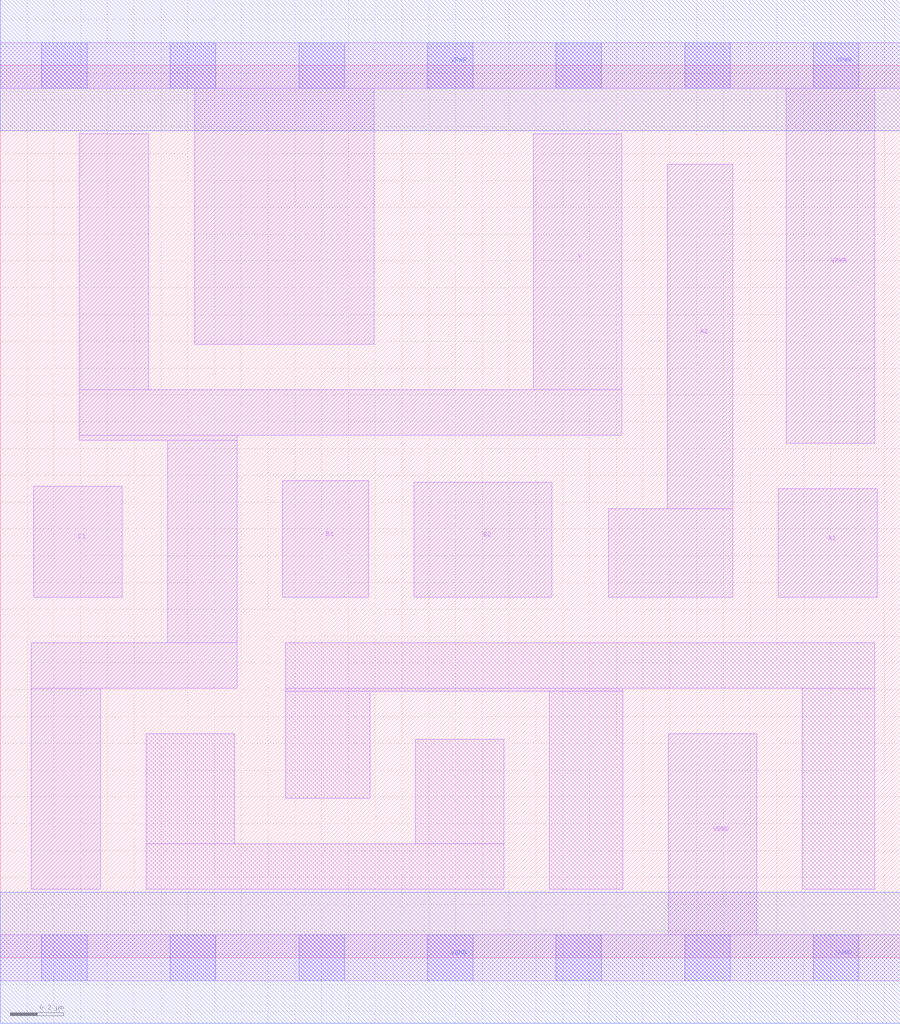
<source format=lef>
# Copyright 2020 The SkyWater PDK Authors
#
# Licensed under the Apache License, Version 2.0 (the "License");
# you may not use this file except in compliance with the License.
# You may obtain a copy of the License at
#
#     https://www.apache.org/licenses/LICENSE-2.0
#
# Unless required by applicable law or agreed to in writing, software
# distributed under the License is distributed on an "AS IS" BASIS,
# WITHOUT WARRANTIES OR CONDITIONS OF ANY KIND, either express or implied.
# See the License for the specific language governing permissions and
# limitations under the License.
#
# SPDX-License-Identifier: Apache-2.0

VERSION 5.7 ;
  NAMESCASESENSITIVE ON ;
  NOWIREEXTENSIONATPIN ON ;
  DIVIDERCHAR "/" ;
  BUSBITCHARS "[]" ;
UNITS
  DATABASE MICRONS 200 ;
END UNITS
MACRO sky130_fd_sc_lp__o221ai_1
  CLASS CORE ;
  SOURCE USER ;
  FOREIGN sky130_fd_sc_lp__o221ai_1 ;
  ORIGIN  0.000000  0.000000 ;
  SIZE  3.360000 BY  3.330000 ;
  SYMMETRY X Y R90 ;
  SITE unit ;
  PIN A1
    ANTENNAGATEAREA  0.315000 ;
    DIRECTION INPUT ;
    USE SIGNAL ;
    PORT
      LAYER li1 ;
        RECT 2.905000 1.345000 3.275000 1.750000 ;
    END
  END A1
  PIN A2
    ANTENNAGATEAREA  0.315000 ;
    DIRECTION INPUT ;
    USE SIGNAL ;
    PORT
      LAYER li1 ;
        RECT 2.270000 1.345000 2.735000 1.675000 ;
        RECT 2.490000 1.675000 2.735000 2.960000 ;
    END
  END A2
  PIN B1
    ANTENNAGATEAREA  0.315000 ;
    DIRECTION INPUT ;
    USE SIGNAL ;
    PORT
      LAYER li1 ;
        RECT 1.055000 1.345000 1.375000 1.780000 ;
    END
  END B1
  PIN B2
    ANTENNAGATEAREA  0.315000 ;
    DIRECTION INPUT ;
    USE SIGNAL ;
    PORT
      LAYER li1 ;
        RECT 1.545000 1.345000 2.060000 1.775000 ;
    END
  END B2
  PIN C1
    ANTENNAGATEAREA  0.315000 ;
    DIRECTION INPUT ;
    USE SIGNAL ;
    PORT
      LAYER li1 ;
        RECT 0.125000 1.345000 0.455000 1.760000 ;
    END
  END C1
  PIN Y
    ANTENNADIFFAREA  1.274700 ;
    DIRECTION OUTPUT ;
    USE SIGNAL ;
    PORT
      LAYER li1 ;
        RECT 0.115000 0.255000 0.375000 1.005000 ;
        RECT 0.115000 1.005000 0.885000 1.175000 ;
        RECT 0.295000 1.930000 0.885000 1.950000 ;
        RECT 0.295000 1.950000 2.320000 2.120000 ;
        RECT 0.295000 2.120000 0.555000 3.075000 ;
        RECT 0.625000 1.175000 0.885000 1.930000 ;
        RECT 1.990000 2.120000 2.320000 3.075000 ;
    END
  END Y
  PIN VGND
    DIRECTION INOUT ;
    USE GROUND ;
    PORT
      LAYER li1 ;
        RECT 0.000000 -0.085000 3.360000 0.085000 ;
        RECT 2.495000  0.085000 2.825000 0.835000 ;
      LAYER mcon ;
        RECT 0.155000 -0.085000 0.325000 0.085000 ;
        RECT 0.635000 -0.085000 0.805000 0.085000 ;
        RECT 1.115000 -0.085000 1.285000 0.085000 ;
        RECT 1.595000 -0.085000 1.765000 0.085000 ;
        RECT 2.075000 -0.085000 2.245000 0.085000 ;
        RECT 2.555000 -0.085000 2.725000 0.085000 ;
        RECT 3.035000 -0.085000 3.205000 0.085000 ;
      LAYER met1 ;
        RECT 0.000000 -0.245000 3.360000 0.245000 ;
    END
  END VGND
  PIN VPWR
    DIRECTION INOUT ;
    USE POWER ;
    PORT
      LAYER li1 ;
        RECT 0.000000 3.245000 3.360000 3.415000 ;
        RECT 0.725000 2.290000 1.395000 3.245000 ;
        RECT 2.935000 1.920000 3.265000 3.245000 ;
      LAYER mcon ;
        RECT 0.155000 3.245000 0.325000 3.415000 ;
        RECT 0.635000 3.245000 0.805000 3.415000 ;
        RECT 1.115000 3.245000 1.285000 3.415000 ;
        RECT 1.595000 3.245000 1.765000 3.415000 ;
        RECT 2.075000 3.245000 2.245000 3.415000 ;
        RECT 2.555000 3.245000 2.725000 3.415000 ;
        RECT 3.035000 3.245000 3.205000 3.415000 ;
      LAYER met1 ;
        RECT 0.000000 3.085000 3.360000 3.575000 ;
    END
  END VPWR
  OBS
    LAYER li1 ;
      RECT 0.545000 0.255000 1.880000 0.425000 ;
      RECT 0.545000 0.425000 0.875000 0.835000 ;
      RECT 1.065000 0.595000 1.380000 0.995000 ;
      RECT 1.065000 0.995000 2.325000 1.005000 ;
      RECT 1.065000 1.005000 3.265000 1.175000 ;
      RECT 1.550000 0.425000 1.880000 0.815000 ;
      RECT 2.050000 0.255000 2.325000 0.995000 ;
      RECT 2.995000 0.255000 3.265000 1.005000 ;
  END
END sky130_fd_sc_lp__o221ai_1

</source>
